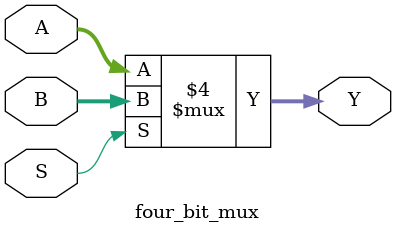
<source format=v>
`timescale 1ns/1ps
`default_nettype none
/*this module describes a 1-bit wide multiplexor using behavioral constructs*
*in Verilog HDL*/

module four_bit_mux(Y,A,B,S); //define the module name and its interrface 

//declare output and input ports
output reg [3:0] Y; //output is a 4-bit wide reg
input wire [3:0] A,B; //A and B are 4-bit wide wires
input wire S; //select is still 1 bit wide 

always@(A or B or S) //always block which triggers whenever A,B or S changes
begin //block constructs together
/*1'b0 represents a 1-bit binary value of 0*/
if (S == 1'b0) //double equals are used for comparisons 
    Y = A; //drive Y with A
else 
Y=B; //instead drive Y with B

end

endmodule //designate end of module
</source>
